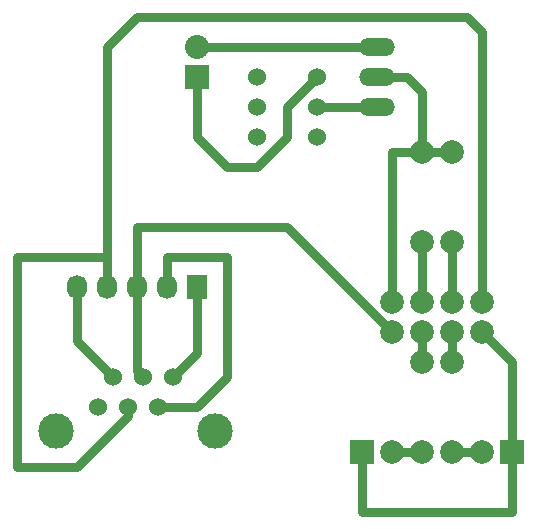
<source format=gbr>
G04 #@! TF.FileFunction,Copper,L1,Top,Signal*
%FSLAX46Y46*%
G04 Gerber Fmt 4.6, Leading zero omitted, Abs format (unit mm)*
G04 Created by KiCad (PCBNEW 4.0.2+dfsg1-stable) date Пан 16 Тра 2016 14:05:43*
%MOMM*%
G01*
G04 APERTURE LIST*
%ADD10C,0.100000*%
%ADD11R,2.000000X2.000000*%
%ADD12C,2.000000*%
%ADD13C,1.524000*%
%ADD14C,2.999740*%
%ADD15R,2.032000X2.032000*%
%ADD16O,2.032000X2.032000*%
%ADD17R,1.727200X2.032000*%
%ADD18O,1.727200X2.032000*%
%ADD19C,1.998980*%
%ADD20O,3.014980X1.506220*%
%ADD21C,0.750000*%
G04 APERTURE END LIST*
D10*
D11*
X146050000Y-100330000D03*
D12*
X148590000Y-100330000D03*
D11*
X158750000Y-100330000D03*
D12*
X156210000Y-100330000D03*
D13*
X127508000Y-93980000D03*
X124968000Y-93980000D03*
X130048000Y-93980000D03*
X123698000Y-96520000D03*
X126238000Y-96520000D03*
X128778000Y-96520000D03*
D14*
X133604000Y-98552000D03*
X120142000Y-98552000D03*
D15*
X132080000Y-68580000D03*
D16*
X132080000Y-66040000D03*
D17*
X132080000Y-86360000D03*
D18*
X129540000Y-86360000D03*
X127000000Y-86360000D03*
X124460000Y-86360000D03*
X121920000Y-86360000D03*
D19*
X153670000Y-100330000D03*
X153670000Y-92710000D03*
X153670000Y-82550000D03*
X153670000Y-74930000D03*
X151130000Y-100330000D03*
X151130000Y-92710000D03*
X151130000Y-82550000D03*
X151130000Y-74930000D03*
D13*
X142240000Y-68580000D03*
X142240000Y-71120000D03*
X142240000Y-73660000D03*
X137160000Y-68580000D03*
X137160000Y-71120000D03*
X137160000Y-73660000D03*
D20*
X147320000Y-71120000D03*
X147320000Y-68580000D03*
X147320000Y-66040000D03*
D12*
X148590000Y-87630000D03*
X151130000Y-87630000D03*
X153670000Y-87630000D03*
X156210000Y-87630000D03*
X156210000Y-90170000D03*
X153670000Y-90170000D03*
X151130000Y-90170000D03*
X148590000Y-90170000D03*
D21*
X132080000Y-86360000D02*
X132080000Y-91948000D01*
X132080000Y-91948000D02*
X130048000Y-93980000D01*
X158750000Y-100330000D02*
X158750000Y-92710000D01*
X158750000Y-92710000D02*
X156210000Y-90170000D01*
X146050000Y-100330000D02*
X146050000Y-105410000D01*
X158750000Y-105410000D02*
X158750000Y-100330000D01*
X146050000Y-105410000D02*
X158750000Y-105410000D01*
X132080000Y-66040000D02*
X147320000Y-66040000D01*
X151130000Y-100330000D02*
X148590000Y-100330000D01*
X153670000Y-100330000D02*
X156210000Y-100330000D01*
X148590000Y-90170000D02*
X139700000Y-81280000D01*
X127000000Y-81280000D02*
X127000000Y-86360000D01*
X139700000Y-81280000D02*
X127000000Y-81280000D01*
X127000000Y-86360000D02*
X127000000Y-93472000D01*
X127000000Y-93472000D02*
X127508000Y-93980000D01*
X121920000Y-86360000D02*
X121920000Y-90932000D01*
X121920000Y-90932000D02*
X124968000Y-93980000D01*
X142240000Y-71120000D02*
X147320000Y-71120000D01*
X156210000Y-87630000D02*
X156210000Y-64770000D01*
X124460000Y-66040000D02*
X124460000Y-83820000D01*
X127000000Y-63500000D02*
X124460000Y-66040000D01*
X154940000Y-63500000D02*
X127000000Y-63500000D01*
X156210000Y-64770000D02*
X154940000Y-63500000D01*
X126238000Y-96520000D02*
X126238000Y-97282000D01*
X126238000Y-97282000D02*
X121920000Y-101600000D01*
X121920000Y-101600000D02*
X116840000Y-101600000D01*
X116840000Y-101600000D02*
X116840000Y-83820000D01*
X116840000Y-83820000D02*
X124460000Y-83820000D01*
X124460000Y-83820000D02*
X124460000Y-86360000D01*
X129540000Y-86360000D02*
X129540000Y-83820000D01*
X132080000Y-96520000D02*
X128778000Y-96520000D01*
X134620000Y-93980000D02*
X132080000Y-96520000D01*
X134620000Y-83820000D02*
X134620000Y-93980000D01*
X129540000Y-83820000D02*
X134620000Y-83820000D01*
X132080000Y-68580000D02*
X132080000Y-73660000D01*
X139700000Y-71120000D02*
X142240000Y-68580000D01*
X139700000Y-73660000D02*
X139700000Y-71120000D01*
X137160000Y-76200000D02*
X139700000Y-73660000D01*
X134620000Y-76200000D02*
X137160000Y-76200000D01*
X132080000Y-73660000D02*
X134620000Y-76200000D01*
X153670000Y-90170000D02*
X153670000Y-92710000D01*
X153670000Y-82550000D02*
X153670000Y-87630000D01*
X147320000Y-68580000D02*
X149860000Y-68580000D01*
X151130000Y-69850000D02*
X151130000Y-74930000D01*
X149860000Y-68580000D02*
X151130000Y-69850000D01*
X148590000Y-87630000D02*
X148590000Y-74930000D01*
X148590000Y-74930000D02*
X151130000Y-74930000D01*
X153670000Y-74930000D02*
X151130000Y-74930000D01*
X151130000Y-90170000D02*
X151130000Y-92710000D01*
X151130000Y-82550000D02*
X151130000Y-87630000D01*
M02*

</source>
